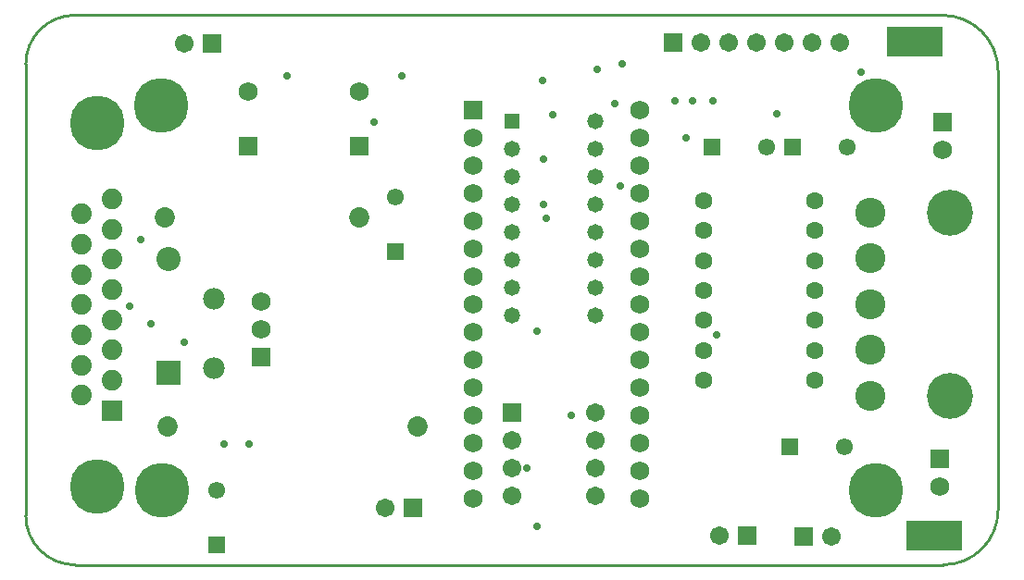
<source format=gbs>
G04*
G04 #@! TF.GenerationSoftware,Altium Limited,Altium Designer,20.0.13 (296)*
G04*
G04 Layer_Color=16711935*
%FSLAX25Y25*%
%MOIN*%
G70*
G01*
G75*
%ADD11C,0.01000*%
%ADD20C,0.07296*%
%ADD21R,0.06800X0.06800*%
%ADD22C,0.06800*%
%ADD23R,0.06706X0.06706*%
%ADD24C,0.06706*%
%ADD25C,0.02800*%
%ADD26C,0.19698*%
%ADD27C,0.07453*%
%ADD28R,0.07453X0.07453*%
%ADD29R,0.06800X0.06800*%
%ADD30C,0.07800*%
%ADD31R,0.05800X0.05800*%
%ADD32C,0.05800*%
%ADD33C,0.06312*%
%ADD34C,0.06115*%
%ADD35R,0.06115X0.06115*%
%ADD36C,0.16548*%
%ADD37C,0.10800*%
%ADD38C,0.08674*%
%ADD39R,0.08674X0.08674*%
%ADD40R,0.06115X0.06115*%
%ADD68R,0.19940X0.10944*%
D11*
X330325D02*
G03*
X350065Y19739I0J19739D01*
G01*
X350064Y177977D02*
G03*
X330009Y198033I-20056J0D01*
G01*
X17619Y198033D02*
G03*
X0Y180413I0J-17619D01*
G01*
Y17716D02*
G03*
X17717Y0I17716J-0D01*
G01*
X350065Y177977D02*
X350065Y19739D01*
X17620Y198033D02*
X330009Y198033D01*
X0Y17717D02*
Y180413D01*
X17717Y0D02*
X330325D01*
D20*
X141202Y50000D02*
D03*
X51202D02*
D03*
X50029Y125087D02*
D03*
X120029D02*
D03*
D21*
X84800Y75000D02*
D03*
X161000Y164000D02*
D03*
X120000Y150982D02*
D03*
X80000D02*
D03*
D22*
X84800Y85000D02*
D03*
Y95000D02*
D03*
X161000Y44000D02*
D03*
Y54000D02*
D03*
Y64000D02*
D03*
Y74000D02*
D03*
Y84000D02*
D03*
Y94000D02*
D03*
Y104000D02*
D03*
Y114000D02*
D03*
Y124000D02*
D03*
Y134000D02*
D03*
Y144000D02*
D03*
Y154000D02*
D03*
X221000Y164000D02*
D03*
X161000Y34000D02*
D03*
Y24000D02*
D03*
X221000Y154000D02*
D03*
Y144000D02*
D03*
Y134000D02*
D03*
Y124000D02*
D03*
Y114000D02*
D03*
Y104000D02*
D03*
Y94000D02*
D03*
Y84000D02*
D03*
Y74000D02*
D03*
Y44000D02*
D03*
Y64000D02*
D03*
Y54000D02*
D03*
Y34000D02*
D03*
Y24000D02*
D03*
X120000Y170667D02*
D03*
X80000D02*
D03*
X329119Y28285D02*
D03*
X330180Y149378D02*
D03*
D23*
X67181Y187746D02*
D03*
X233045Y188241D02*
D03*
X259585Y10385D02*
D03*
X280180Y10288D02*
D03*
X139241Y20682D02*
D03*
X175000Y55000D02*
D03*
D24*
X57181Y187746D02*
D03*
X293045Y188241D02*
D03*
X283045D02*
D03*
X273045D02*
D03*
X263045D02*
D03*
X243045D02*
D03*
X253045D02*
D03*
X249585Y10385D02*
D03*
X290180Y10288D02*
D03*
X129241Y20682D02*
D03*
X175000Y45000D02*
D03*
Y35000D02*
D03*
Y25000D02*
D03*
X205000Y55000D02*
D03*
Y45000D02*
D03*
Y35000D02*
D03*
Y25000D02*
D03*
D25*
X334718Y13782D02*
D03*
X334762Y11805D02*
D03*
X332798Y13782D02*
D03*
X332842Y11805D02*
D03*
X330823D02*
D03*
X330778Y13782D02*
D03*
X328803Y11805D02*
D03*
X328758Y13782D02*
D03*
X334762Y9849D02*
D03*
X332842D02*
D03*
X334762Y7894D02*
D03*
X332842D02*
D03*
X330823Y9849D02*
D03*
Y7894D02*
D03*
X328803Y9849D02*
D03*
Y7894D02*
D03*
X326739Y13782D02*
D03*
X326783Y11805D02*
D03*
X324739Y13782D02*
D03*
X324783Y11805D02*
D03*
X322764D02*
D03*
Y9849D02*
D03*
X320760Y13782D02*
D03*
X322719D02*
D03*
X318740D02*
D03*
X318784Y11805D02*
D03*
X320804D02*
D03*
X318784Y9849D02*
D03*
X326783D02*
D03*
Y7894D02*
D03*
X320804Y9849D02*
D03*
X324783D02*
D03*
X322764Y7894D02*
D03*
X324783D02*
D03*
X320804D02*
D03*
X318784D02*
D03*
X311938Y185827D02*
D03*
X313958D02*
D03*
X317937D02*
D03*
X315918D02*
D03*
X317937Y187783D02*
D03*
X313958D02*
D03*
X319937Y185827D02*
D03*
Y187783D02*
D03*
X311938D02*
D03*
X313958Y189738D02*
D03*
X311938D02*
D03*
X311894Y191715D02*
D03*
X315873D02*
D03*
X313913D02*
D03*
X315918Y187783D02*
D03*
Y189738D02*
D03*
X317937D02*
D03*
X317893Y191715D02*
D03*
X319937Y189738D02*
D03*
X319893Y191715D02*
D03*
X321957Y185827D02*
D03*
Y187783D02*
D03*
X323976Y185827D02*
D03*
Y187783D02*
D03*
X325996Y185827D02*
D03*
X327916D02*
D03*
X325996Y187783D02*
D03*
X327916D02*
D03*
X321912Y191715D02*
D03*
X321957Y189738D02*
D03*
X323932Y191715D02*
D03*
X323976Y189738D02*
D03*
X325996D02*
D03*
X325952Y191715D02*
D03*
X327916Y189738D02*
D03*
X327872Y191715D02*
D03*
X94048Y176060D02*
D03*
X187500Y124750D02*
D03*
X186199Y174392D02*
D03*
X37502Y93077D02*
D03*
X41511Y117156D02*
D03*
X45081Y86840D02*
D03*
X80512Y43359D02*
D03*
X71484Y43380D02*
D03*
X56890Y80170D02*
D03*
X183949Y13769D02*
D03*
X247277Y167318D02*
D03*
X233610D02*
D03*
X240024D02*
D03*
X237582Y153922D02*
D03*
X214062Y136645D02*
D03*
X189690Y162290D02*
D03*
X211980Y166273D02*
D03*
X205700Y178500D02*
D03*
X300672Y177674D02*
D03*
X183900Y84100D02*
D03*
X214800Y180400D02*
D03*
X248600Y82900D02*
D03*
X135550Y176150D02*
D03*
X125426Y159674D02*
D03*
X186400Y130000D02*
D03*
Y146200D02*
D03*
X196400Y53800D02*
D03*
X180413Y35000D02*
D03*
X270500Y162500D02*
D03*
D26*
X48919Y27016D02*
D03*
X306049D02*
D03*
X48706Y165497D02*
D03*
X306049D02*
D03*
X25602Y159344D02*
D03*
Y28162D02*
D03*
D27*
X31192Y131922D02*
D03*
X20011Y126469D02*
D03*
X31192Y121017D02*
D03*
X20011Y115564D02*
D03*
X31192Y110111D02*
D03*
X20011Y104658D02*
D03*
X31192Y99206D02*
D03*
X20011Y93753D02*
D03*
X31192Y88300D02*
D03*
X20011Y82847D02*
D03*
X31192Y77395D02*
D03*
X20011Y71942D02*
D03*
X31192Y66489D02*
D03*
X20011Y61036D02*
D03*
D28*
X31192Y55584D02*
D03*
D29*
X329119Y38285D02*
D03*
X330180Y159378D02*
D03*
D30*
X67764Y95899D02*
D03*
Y70899D02*
D03*
D31*
X175000Y160000D02*
D03*
D32*
Y150000D02*
D03*
Y140000D02*
D03*
Y130000D02*
D03*
Y120000D02*
D03*
Y110000D02*
D03*
Y100000D02*
D03*
Y90000D02*
D03*
X205000Y160000D02*
D03*
Y150000D02*
D03*
Y140000D02*
D03*
Y130000D02*
D03*
Y120000D02*
D03*
Y110000D02*
D03*
Y100000D02*
D03*
Y90000D02*
D03*
D33*
X284192Y98849D02*
D03*
X244192D02*
D03*
X284192Y88054D02*
D03*
X244192D02*
D03*
X284192Y109645D02*
D03*
X244192D02*
D03*
X284192Y120440D02*
D03*
X244192D02*
D03*
X284192Y131236D02*
D03*
X244192D02*
D03*
X284192Y66463D02*
D03*
X244192D02*
D03*
X284192Y77258D02*
D03*
X244192D02*
D03*
D34*
X294591Y42511D02*
D03*
X266574Y150480D02*
D03*
X295627D02*
D03*
X132946Y132423D02*
D03*
X68618Y26876D02*
D03*
D35*
X274906Y42511D02*
D03*
X246889Y150480D02*
D03*
X275942D02*
D03*
D36*
X332790Y60858D02*
D03*
Y127000D02*
D03*
D37*
X304049Y61000D02*
D03*
Y77500D02*
D03*
Y94000D02*
D03*
Y110500D02*
D03*
Y127000D02*
D03*
D38*
X51262Y110238D02*
D03*
D39*
Y69057D02*
D03*
D40*
X132946Y112738D02*
D03*
X68618Y7191D02*
D03*
D68*
X326968Y10659D02*
D03*
X320122Y188593D02*
D03*
M02*

</source>
